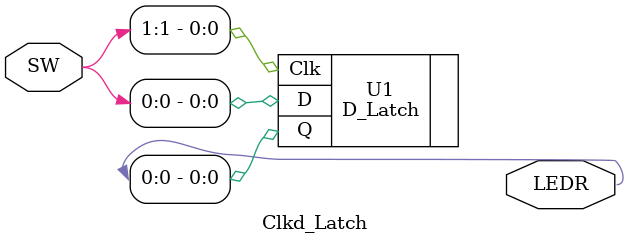
<source format=v>

module Clkd_Latch(SW, LEDR);
	input [1:0] SW;
	output [9:0] LEDR;
	
	//assign the switches to the the appropriate inputs for D_Latch
	D_Latch U1 (.D(SW[0]),
					.Clk(SW[1]),
					.Q(LEDR[0])
	
	);
	
endmodule
</source>
